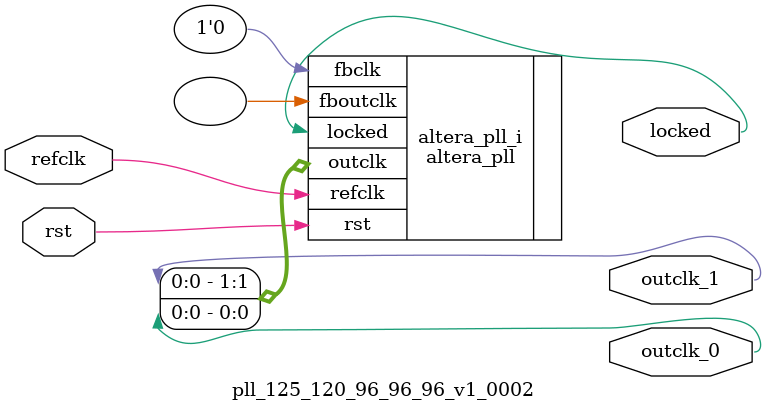
<source format=v>
`timescale 1ns/10ps
module  pll_125_120_96_96_96_v1_0002(

	// interface 'refclk'
	input wire refclk,

	// interface 'reset'
	input wire rst,

	// interface 'outclk0'
	output wire outclk_0,

	// interface 'outclk1'
	output wire outclk_1,

	// interface 'locked'
	output wire locked
);

	altera_pll #(
		.fractional_vco_multiplier("false"),
		.reference_clock_frequency("360.0 MHz"),
		.operation_mode("direct"),
		.number_of_clocks(2),
		.output_clock_frequency0("125.000000 MHz"),
		.phase_shift0("0 ps"),
		.duty_cycle0(50),
		.output_clock_frequency1("12.000000 MHz"),
		.phase_shift1("0 ps"),
		.duty_cycle1(50),
		.output_clock_frequency2("0 MHz"),
		.phase_shift2("0 ps"),
		.duty_cycle2(50),
		.output_clock_frequency3("0 MHz"),
		.phase_shift3("0 ps"),
		.duty_cycle3(50),
		.output_clock_frequency4("0 MHz"),
		.phase_shift4("0 ps"),
		.duty_cycle4(50),
		.output_clock_frequency5("0 MHz"),
		.phase_shift5("0 ps"),
		.duty_cycle5(50),
		.output_clock_frequency6("0 MHz"),
		.phase_shift6("0 ps"),
		.duty_cycle6(50),
		.output_clock_frequency7("0 MHz"),
		.phase_shift7("0 ps"),
		.duty_cycle7(50),
		.output_clock_frequency8("0 MHz"),
		.phase_shift8("0 ps"),
		.duty_cycle8(50),
		.output_clock_frequency9("0 MHz"),
		.phase_shift9("0 ps"),
		.duty_cycle9(50),
		.output_clock_frequency10("0 MHz"),
		.phase_shift10("0 ps"),
		.duty_cycle10(50),
		.output_clock_frequency11("0 MHz"),
		.phase_shift11("0 ps"),
		.duty_cycle11(50),
		.output_clock_frequency12("0 MHz"),
		.phase_shift12("0 ps"),
		.duty_cycle12(50),
		.output_clock_frequency13("0 MHz"),
		.phase_shift13("0 ps"),
		.duty_cycle13(50),
		.output_clock_frequency14("0 MHz"),
		.phase_shift14("0 ps"),
		.duty_cycle14(50),
		.output_clock_frequency15("0 MHz"),
		.phase_shift15("0 ps"),
		.duty_cycle15(50),
		.output_clock_frequency16("0 MHz"),
		.phase_shift16("0 ps"),
		.duty_cycle16(50),
		.output_clock_frequency17("0 MHz"),
		.phase_shift17("0 ps"),
		.duty_cycle17(50),
		.pll_type("General"),
		.pll_subtype("General")
	) altera_pll_i (
		.rst	(rst),
		.outclk	({outclk_1, outclk_0}),
		.locked	(locked),
		.fboutclk	( ),
		.fbclk	(1'b0),
		.refclk	(refclk)
	);
endmodule


</source>
